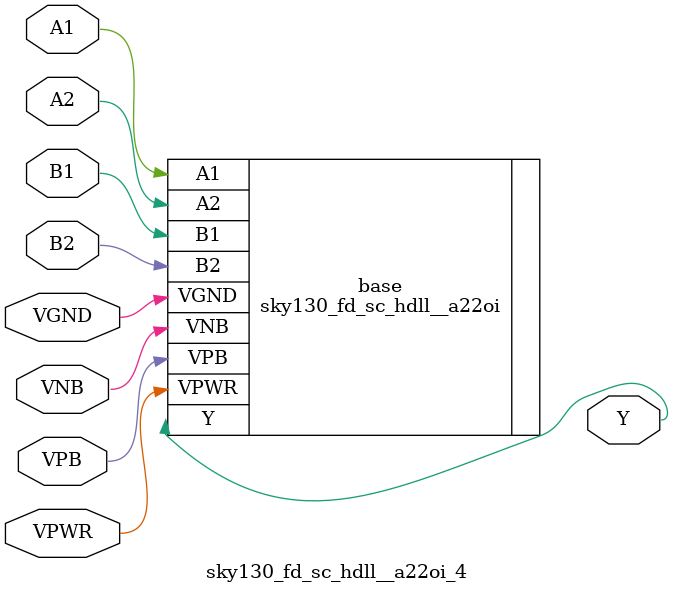
<source format=v>
module sky130_fd_sc_hdll__a22oi_4 (
    Y   ,
    A1  ,
    A2  ,
    B1  ,
    B2  ,
    VPWR,
    VGND,
    VPB ,
    VNB
);
    output Y   ;
    input  A1  ;
    input  A2  ;
    input  B1  ;
    input  B2  ;
    input  VPWR;
    input  VGND;
    input  VPB ;
    input  VNB ;
    sky130_fd_sc_hdll__a22oi base (
        .Y(Y),
        .A1(A1),
        .A2(A2),
        .B1(B1),
        .B2(B2),
        .VPWR(VPWR),
        .VGND(VGND),
        .VPB(VPB),
        .VNB(VNB)
    );
endmodule
</source>
